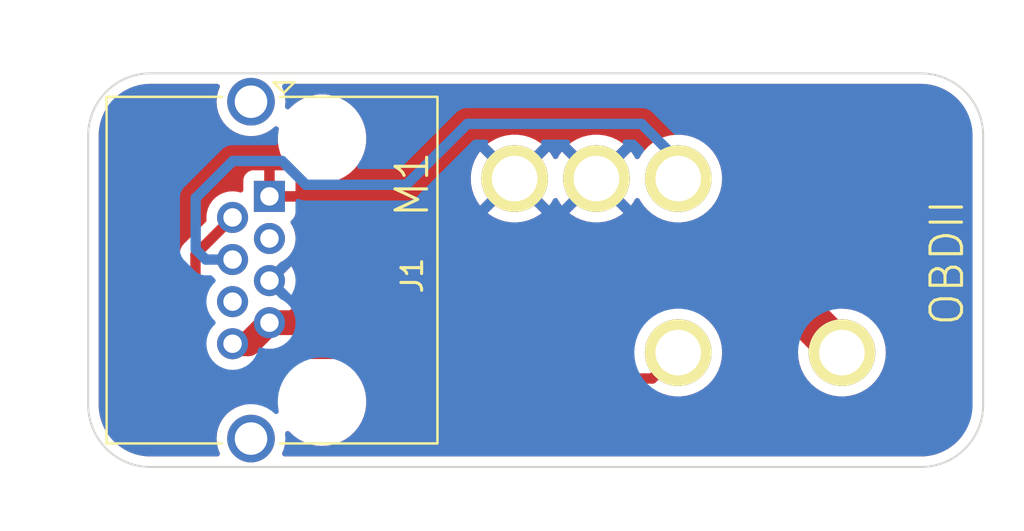
<source format=kicad_pcb>
(kicad_pcb (version 20221018) (generator pcbnew)
  (layers (0 "F.Cu" signal) (31 "B.Cu" signal) (34 "B.Paste" user) (35 "F.Paste" user) (36 "B.SilkS" user "B.Silkscreen") (37 "F.SilkS" user "F.Silkscreen") (38 "B.Mask" user) (39 "F.Mask" user) (44 "Edge.Cuts" user))
  (net 0 "")
  (net 1 "GND")
  (net 2 "CAN_L")
  (net 4 "CAN_H")
  (net 6 "+12V")
  (footprint "OBDPower:OBDII_MIN" (layer "F.Cu") (at 139.934 98.88 180)
    (fp_text reference "M1" (at 6.774 3.53 90) (layer "F.SilkS") (effects (font (size 1.524 1.524))))
    (fp_text value "OBDII" (at -19.046 -0.25 270) (layer "F.SilkS") (effects (font (size 1.524 1.524))))
    (pad "4" thru_hole circle (at 1.8288 3.81 180) (size 3.21564 3.21564) (drill 2.19964) (layers "F&B.Cu" "F.Paste" "F.SilkS" "F.Mask") (net 1 "GND"))
    (pad "5" thru_hole circle (at -2.11836 3.81 180) (size 3.21564 3.21564) (drill 2.19964) (layers "F&B.Cu" "F.Paste" "F.SilkS" "F.Mask") (net 1 "GND"))
    (pad "6" thru_hole circle (at -6.06806 3.81 180) (size 3.21564 3.21564) (drill 2.19964) (layers "F&B.Cu" "F.Paste" "F.SilkS" "F.Mask") (net 4 "CAN_H"))
    (pad "14" thru_hole circle (at -6.06806 -4.58978 180) (size 3.21564 3.21564) (drill 2.19964) (layers "F&B.Cu" "F.Paste" "F.SilkS" "F.Mask") (net 2 "CAN_L"))
    (pad "16" thru_hole circle (at -13.97 -4.58978 180) (size 3.21564 3.21564) (drill 2.19964) (layers "F&B.Cu" "F.Paste" "F.SilkS" "F.Mask") (net 6 "+12V"))
  )
  (footprint "Connector_RJ:RJ45_Amphenol_RJHSE5380" (layer "F.Cu") (at 126.27 95.93 -90)
    (fp_text reference "J1" (at 3.82 -6.89 90) (layer "F.SilkS"))
    (fp_text value "RJ45")
    (fp_line (start -5.5 -1.2) (end -5 -0.7) (stroke (width 0.12)) (layer "F.SilkS"))
    (fp_line (start -5.5 -0.2) (end -5.5 -1.2) (stroke (width 0.12)) (layer "F.SilkS"))
    (fp_line (start -5 -0.7) (end -5.5 -0.2) (stroke (width 0.12)) (layer "F.SilkS"))
    (fp_line (start -4.805 -8.11) (end -4.805 -0.5) (stroke (width 0.12)) (layer "F.SilkS"))
    (fp_line (start -4.805 7.86) (end -4.805 2.3) (stroke (width 0.12)) (layer "F.SilkS"))
    (fp_line (start -4.76 -8.11) (end 11.88 -8.11) (stroke (width 0.12)) (layer "F.SilkS"))
    (fp_line (start -4.76 7.86) (end 11.925 7.86) (stroke (width 0.12)) (layer "F.SilkS"))
    (fp_line (start 11.925 -8.11) (end 11.925 -0.5) (stroke (width 0.12)) (layer "F.SilkS"))
    (fp_line (start 11.925 7.86) (end 11.925 2.3) (stroke (width 0.12)) (layer "F.SilkS"))
    (pad "" np_thru_hole circle (at -2.79 -2.54 270) (size 3.25 3.25) (drill 3.25) (layers "*.Cu" "*.Mask"))
    (pad "" np_thru_hole circle (at 9.91 -2.54 270) (size 3.25 3.25) (drill 3.25) (layers "*.Cu" "*.Mask"))
    (pad "1" thru_hole rect (at 0 0 270) (size 1.5 1.5) (drill 0.89) (layers "*.Cu" "*.Mask") (net 1 "GND"))
    (pad "2" thru_hole circle (at 1.016 1.78 270) (size 1.5 1.5) (drill 0.89) (layers "*.Cu" "*.Mask") (net 2 "CAN_L"))
    (pad "3" thru_hole circle (at 2.032 0 270) (size 1.5 1.5) (drill 0.89) (layers "*.Cu" "*.Mask"))
    (pad "4" thru_hole circle (at 3.048 1.78 270) (size 1.5 1.5) (drill 0.89) (layers "*.Cu" "*.Mask") (net 4 "CAN_H"))
    (pad "5" thru_hole circle (at 4.064 0 270) (size 1.5 1.5) (drill 0.89) (layers "*.Cu" "*.Mask") (net 1 "GND"))
    (pad "6" thru_hole circle (at 5.08 1.78 270) (size 1.5 1.5) (drill 0.89) (layers "*.Cu" "*.Mask"))
    (pad "7" thru_hole circle (at 6.096 0 270) (size 1.5 1.5) (drill 0.89) (layers "*.Cu" "*.Mask") (net 6 "+12V"))
    (pad "8" thru_hole circle (at 7.112 1.78 270) (size 1.5 1.5) (drill 0.89) (layers "*.Cu" "*.Mask") (net 6 "+12V"))
    (pad "SH" thru_hole circle (at -4.57 0.89 270) (size 2.3 2.3) (drill 1.57) (layers "*.Cu" "*.Mask"))
    (pad "SH" thru_hole circle (at 11.69 0.89 270) (size 2.3 2.3) (drill 1.57) (layers "*.Cu" "*.Mask"))
  )
  (gr_poly (pts (xy 157.868761 89.993686) (xy 158.016512 90.004679) (xy 158.163007 90.022876) (xy 158.308002 90.048176) (xy 158.451249 90.080476) (xy 158.592502 90.119674) (xy 158.731517 90.16567) (xy 158.868047 90.21836) (xy 159.001846 90.277644) (xy 159.132669 90.343418) (xy 159.260268 90.415582) (xy 159.384399 90.494034) (xy 159.504816 90.578671) (xy 159.621272 90.669392) (xy 159.733522 90.766095) (xy 159.84132 90.868678) (xy 159.943902 90.976476) (xy 160.040605 91.088725) (xy 160.131326 91.205181) (xy 160.215963 91.325598) (xy 160.294415 91.449728) (xy 160.366579 91.577328) (xy 160.432354 91.70815) (xy 160.491638 91.841949) (xy 160.544328 91.978479) (xy 160.590324 92.117494) (xy 160.629523 92.258748) (xy 160.661823 92.401995) (xy 160.687123 92.54699) (xy 160.705321 92.693486) (xy 160.716314 92.841238) (xy 160.720001 92.989999) (xy 160.720001 105.989999) (xy 160.716314 106.13876) (xy 160.705321 106.286512) (xy 160.687123 106.433008) (xy 160.661823 106.578003) (xy 160.629523 106.72125) (xy 160.590324 106.862504) (xy 160.544328 107.001519) (xy 160.491638 107.138049) (xy 160.432354 107.271847) (xy 160.366579 107.402669) (xy 160.294415 107.530269) (xy 160.215963 107.654399) (xy 160.131326 107.774816) (xy 160.040605 107.891272) (xy 159.943902 108.003521) (xy 159.84132 108.111319) (xy 159.733522 108.213902) (xy 159.621272 108.310605) (xy 159.504816 108.401326) (xy 159.384399 108.485963) (xy 159.260268 108.564415) (xy 159.132669 108.636579) (xy 159.001846 108.702353) (xy 158.868047 108.761637) (xy 158.731517 108.814327) (xy 158.592502 108.860323) (xy 158.451249 108.899521) (xy 158.308002 108.931821) (xy 158.163007 108.957121) (xy 158.016512 108.975318) (xy 157.868761 108.986311) (xy 157.720001 108.989998) (xy 120.52 108.989998) (xy 120.371239 108.986311) (xy 120.223487 108.975318) (xy 120.076991 108.957121) (xy 119.931996 108.931821) (xy 119.788749 108.899521) (xy 119.647495 108.860323) (xy 119.50848 108.814327) (xy 119.37195 108.761637) (xy 119.238151 108.702353) (xy 119.107329 108.636579) (xy 118.979729 108.564415) (xy 118.855599 108.485963) (xy 118.735182 108.401326) (xy 118.618727 108.310605) (xy 118.506477 108.213902) (xy 118.39868 108.111319) (xy 118.296097 108.003521) (xy 118.199394 107.891272) (xy 118.108672 107.774816) (xy 118.024035 107.654399) (xy 117.945584 107.530269) (xy 117.87342 107.402669) (xy 117.807645 107.271847) (xy 117.748361 107.138048) (xy 117.695671 107.001518) (xy 117.649675 106.862503) (xy 117.610477 106.721249) (xy 117.578177 106.578002) (xy 117.552877 106.433007) (xy 117.53468 106.286511) (xy 117.523687 106.138759) (xy 117.52 105.989997) (xy 117.52 92.989999) (xy 117.523687 92.841238) (xy 117.53468 92.693486) (xy 117.552877 92.54699) (xy 117.578177 92.401995) (xy 117.610477 92.258748) (xy 117.649676 92.117494) (xy 117.695671 91.978479) (xy 117.748361 91.841949) (xy 117.807645 91.70815) (xy 117.87342 91.577328) (xy 117.945584 91.449728) (xy 118.024035 91.325598) (xy 118.108672 91.205181) (xy 118.199393 91.088725) (xy 118.296096 90.976476) (xy 118.398679 90.868678) (xy 118.506477 90.766095) (xy 118.618726 90.669392) (xy 118.735182 90.578671) (xy 118.855598 90.494034) (xy 118.979729 90.415582) (xy 119.107328 90.343418) (xy 119.238151 90.277644) (xy 119.37195 90.21836) (xy 119.508479 90.16567) (xy 119.647494 90.119675) (xy 119.788749 90.080476) (xy 119.931996 90.048176) (xy 120.076991 90.022877) (xy 120.223487 90.00468) (xy 120.371239 89.993687) (xy 120.52 89.99) (xy 157.720001 89.989999)) (stroke (width 0.1)) (fill none) (layer "Edge.Cuts"))
  (segment (start 144.75184 104.72) (end 132.22 104.72) (width 0.5) (layer "F.Cu") (net 2))
  (segment (start 122.7 98.736) (end 124.49 96.946) (width 0.5) (layer "F.Cu") (net 2))
  (segment (start 122.7 103.88) (end 122.7 98.736) (width 0.5) (layer "F.Cu") (net 2))
  (segment (start 123.83 105.01) (end 122.7 103.88) (width 0.5) (layer "F.Cu") (net 2))
  (segment (start 131.03 103.53) (end 127.03 103.53) (width 0.5) (layer "F.Cu") (net 2))
  (segment (start 132.22 104.72) (end 131.03 103.53) (width 0.5) (layer "F.Cu") (net 2))
  (segment (start 125.55 105.01) (end 123.83 105.01) (width 0.5) (layer "F.Cu") (net 2))
  (segment (start 127.03 103.53) (end 125.55 105.01) (width 0.5) (layer "F.Cu") (net 2))
  (segment (start 146.00206 103.46978) (end 144.75184 104.72) (width 0.5) (layer "F.Cu") (net 2))
  (segment (start 128.03 95.37) (end 126.88 94.22) (width 0.5) (layer "B.Cu") (net 4))
  (segment (start 135.82 92.43) (end 132.88 95.37) (width 0.5) (layer "B.Cu") (net 4))
  (segment (start 122.71 98.49) (end 123.198 98.978) (width 0.5) (layer "B.Cu") (net 4))
  (segment (start 132.88 95.37) (end 128.03 95.37) (width 0.5) (layer "B.Cu") (net 4))
  (segment (start 126.88 94.22) (end 124.5 94.22) (width 0.5) (layer "B.Cu") (net 4))
  (segment (start 144.23 92.43) (end 135.82 92.43) (width 0.5) (layer "B.Cu") (net 4))
  (segment (start 124.5 94.22) (end 122.71 96.01) (width 0.5) (layer "B.Cu") (net 4))
  (segment (start 146.00206 95.07) (end 146.00206 94.20206) (width 0.5) (layer "B.Cu") (net 4))
  (segment (start 122.71 96.01) (end 122.71 98.49) (width 0.5) (layer "B.Cu") (net 4))
  (segment (start 146.00206 94.20206) (end 144.23 92.43) (width 0.5) (layer "B.Cu") (net 4))
  (segment (start 123.198 98.978) (end 124.49 98.978) (width 0.5) (layer "B.Cu") (net 4))
  (segment (start 129.56962 99.96038) (end 150.3946 99.96038) (width 2) (layer "F.Cu") (net 6))
  (segment (start 125.254 103.042) (end 126.27 102.026) (width 1.2) (layer "F.Cu") (net 6))
  (segment (start 150.3946 99.96038) (end 153.904 103.46978) (width 2) (layer "F.Cu") (net 6))
  (segment (start 124.49 103.042) (end 125.254 103.042) (width 1.2) (layer "F.Cu") (net 6))
  (segment (start 128.33 101.2) (end 129.56962 99.96038) (width 2) (layer "F.Cu") (net 6))
  (segment (start 128.33 101.2) (end 128.33 102.03) (width 0.25) (layer "F.Cu") (net 6))
  (segment (start 128.33 101.2) (end 127.504 102.026) (width 1.2) (layer "F.Cu") (net 6))
  (segment (start 127.504 102.026) (end 126.27 102.026) (width 1.2) (layer "F.Cu") (net 6))
  (segment (start 153.904 103.46978) (end 153.85562 103.4214) (width 2) (layer "B.Cu") (net 6))
  (segment (start 153.85562 103.4214) (end 153.3494 103.4214) (width 2) (layer "B.Cu") (net 6))
  (zone (net 1) (net_name "GND") (layer "F.Cu") (connect_pads (clearance 0.508)) (min_thickness 0.254) (fill yes (thermal_gap 0.508) (thermal_bridge_width 0.508))
    (polygon (pts (xy 159.89 86.51) (xy 159.71 112.09) (xy 115.66 111.29) (xy 113.264 86.45)))
  )
  (zone (net 1) (net_name "GND") (layer "B.Cu") (connect_pads (clearance 0.508)) (min_thickness 0.254) (fill yes (thermal_gap 0.508) (thermal_bridge_width 0.508))
    (polygon (pts (xy 162.7 86.97) (xy 162.61 111.75) (xy 114.026 111.088) (xy 113.772 86.958)))
  )
)
</source>
